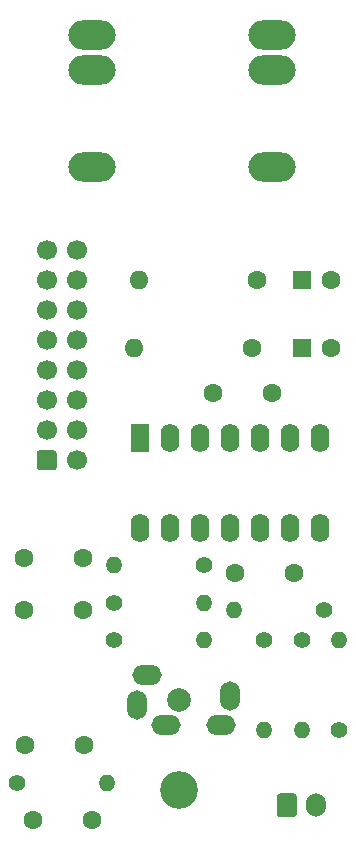
<source format=gbr>
%TF.GenerationSoftware,KiCad,Pcbnew,(5.1.10)-1*%
%TF.CreationDate,2022-02-04T18:44:23-05:00*%
%TF.ProjectId,BIGRIG_OUTPUT,42494752-4947-45f4-9f55-545055542e6b,rev?*%
%TF.SameCoordinates,Original*%
%TF.FileFunction,Soldermask,Top*%
%TF.FilePolarity,Negative*%
%FSLAX46Y46*%
G04 Gerber Fmt 4.6, Leading zero omitted, Abs format (unit mm)*
G04 Created by KiCad (PCBNEW (5.1.10)-1) date 2022-02-04 18:44:23*
%MOMM*%
%LPD*%
G01*
G04 APERTURE LIST*
%ADD10O,1.400000X1.400000*%
%ADD11C,1.400000*%
%ADD12C,3.200000*%
%ADD13C,1.600000*%
%ADD14R,1.600000X1.600000*%
%ADD15O,1.600000X1.600000*%
%ADD16C,1.700000*%
%ADD17O,4.000000X2.500000*%
%ADD18O,2.500000X1.700000*%
%ADD19O,1.700000X2.500000*%
%ADD20C,2.000000*%
%ADD21O,1.700000X2.000000*%
%ADD22R,1.600000X2.400000*%
%ADD23O,1.600000X2.400000*%
G04 APERTURE END LIST*
D10*
%TO.C,R15*%
X49530000Y-76835000D03*
D11*
X57150000Y-76835000D03*
%TD*%
D12*
%TO.C,REF\u002A\u002A*%
X55000000Y-95885000D03*
%TD*%
D13*
%TO.C,C2*%
X67905000Y-52705000D03*
D14*
X65405000Y-52705000D03*
%TD*%
D13*
%TO.C,C3*%
X62865000Y-62230000D03*
X57865000Y-62230000D03*
%TD*%
%TO.C,C4*%
X59770000Y-77470000D03*
X64770000Y-77470000D03*
%TD*%
D14*
%TO.C,C5*%
X65405000Y-58420000D03*
D13*
X67905000Y-58420000D03*
%TD*%
%TO.C,C8*%
X42625000Y-98425000D03*
X47625000Y-98425000D03*
%TD*%
%TO.C,C9*%
X46990000Y-92075000D03*
X41990000Y-92075000D03*
%TD*%
%TO.C,C12*%
X46910000Y-80645000D03*
X41910000Y-80645000D03*
%TD*%
%TO.C,C13*%
X41910000Y-76200000D03*
X46910000Y-76200000D03*
%TD*%
%TO.C,FB2*%
X61214000Y-58420000D03*
D15*
X51214000Y-58420000D03*
%TD*%
%TO.C,FB3*%
X51595000Y-52705000D03*
D13*
X61595000Y-52705000D03*
%TD*%
%TO.C,J1*%
G36*
G01*
X42965000Y-68545000D02*
X42965000Y-67345000D01*
G75*
G02*
X43215000Y-67095000I250000J0D01*
G01*
X44415000Y-67095000D01*
G75*
G02*
X44665000Y-67345000I0J-250000D01*
G01*
X44665000Y-68545000D01*
G75*
G02*
X44415000Y-68795000I-250000J0D01*
G01*
X43215000Y-68795000D01*
G75*
G02*
X42965000Y-68545000I0J250000D01*
G01*
G37*
D16*
X43815000Y-65405000D03*
X43815000Y-62865000D03*
X43815000Y-60325000D03*
X43815000Y-57785000D03*
X43815000Y-55245000D03*
X43815000Y-52705000D03*
X43815000Y-50165000D03*
X46355000Y-67945000D03*
X46355000Y-65405000D03*
X46355000Y-62865000D03*
X46355000Y-60325000D03*
X46355000Y-57785000D03*
X46355000Y-55245000D03*
X46355000Y-52705000D03*
X46355000Y-50165000D03*
%TD*%
D17*
%TO.C,J2*%
X62865000Y-31925000D03*
X62865000Y-34925000D03*
X62865000Y-43125000D03*
%TD*%
%TO.C,J3*%
X47625000Y-43125000D03*
X47625000Y-34925000D03*
X47625000Y-31925000D03*
%TD*%
D18*
%TO.C,J4*%
X52300000Y-86140000D03*
X58600000Y-90390000D03*
D19*
X59350000Y-87865000D03*
D18*
X53900000Y-90390000D03*
D19*
X51450000Y-88665000D03*
D20*
X55000000Y-88265000D03*
%TD*%
%TO.C,J5*%
G36*
G01*
X63285000Y-97905000D02*
X63285000Y-96405000D01*
G75*
G02*
X63535000Y-96155000I250000J0D01*
G01*
X64735000Y-96155000D01*
G75*
G02*
X64985000Y-96405000I0J-250000D01*
G01*
X64985000Y-97905000D01*
G75*
G02*
X64735000Y-98155000I-250000J0D01*
G01*
X63535000Y-98155000D01*
G75*
G02*
X63285000Y-97905000I0J250000D01*
G01*
G37*
D21*
X66635000Y-97155000D03*
%TD*%
D10*
%TO.C,R9*%
X57150000Y-80010000D03*
D11*
X49530000Y-80010000D03*
%TD*%
%TO.C,R10*%
X41275000Y-95250000D03*
D10*
X48895000Y-95250000D03*
%TD*%
%TO.C,R11*%
X62230000Y-90805000D03*
D11*
X62230000Y-83185000D03*
%TD*%
%TO.C,R12*%
X65405000Y-83185000D03*
D10*
X65405000Y-90805000D03*
%TD*%
D11*
%TO.C,R13*%
X67310000Y-80645000D03*
D10*
X59690000Y-80645000D03*
%TD*%
%TO.C,R14*%
X68580000Y-83185000D03*
D11*
X68580000Y-90805000D03*
%TD*%
%TO.C,R16*%
X49530000Y-83185000D03*
D10*
X57150000Y-83185000D03*
%TD*%
D22*
%TO.C,U1*%
X51689000Y-66040000D03*
D23*
X66929000Y-73660000D03*
X54229000Y-66040000D03*
X64389000Y-73660000D03*
X56769000Y-66040000D03*
X61849000Y-73660000D03*
X59309000Y-66040000D03*
X59309000Y-73660000D03*
X61849000Y-66040000D03*
X56769000Y-73660000D03*
X64389000Y-66040000D03*
X54229000Y-73660000D03*
X66929000Y-66040000D03*
X51689000Y-73660000D03*
%TD*%
M02*

</source>
